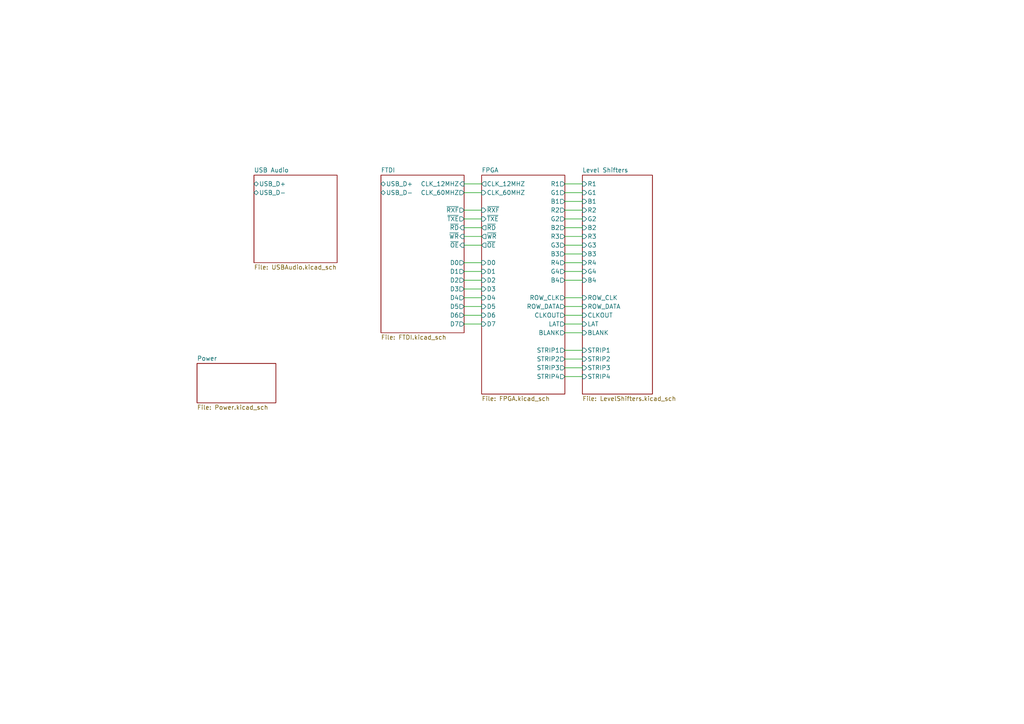
<source format=kicad_sch>
(kicad_sch (version 20230121) (generator eeschema)
  (paper "A4")
  (lib_symbols)
  (wire (pts (xy 163.83 55.88) (xy 168.91 55.88)))
  (wire (pts (xy 163.83 68.58) (xy 168.91 68.58)))
  (wire (pts (xy 134.62 55.88) (xy 139.7 55.88)))
  (wire (pts (xy 163.83 104.14) (xy 168.91 104.14)))
  (wire (pts (xy 134.62 88.9) (xy 139.7 88.9)))
  (wire (pts (xy 134.62 91.44) (xy 139.7 91.44)))
  (wire (pts (xy 134.62 76.2) (xy 139.7 76.2)))
  (wire (pts (xy 163.83 53.34) (xy 168.91 53.34)))
  (wire (pts (xy 163.83 91.44) (xy 168.91 91.44)))
  (wire (pts (xy 134.62 71.12) (xy 139.7 71.12)))
  (wire (pts (xy 134.62 53.34) (xy 139.7 53.34)))
  (wire (pts (xy 163.83 76.2) (xy 168.91 76.2)))
  (wire (pts (xy 163.83 63.5) (xy 168.91 63.5)))
  (wire (pts (xy 163.83 86.36) (xy 168.91 86.36)))
  (wire (pts (xy 163.83 96.52) (xy 168.91 96.52)))
  (wire (pts (xy 163.83 58.42) (xy 168.91 58.42)))
  (wire (pts (xy 163.83 78.74) (xy 168.91 78.74)))
  (wire (pts (xy 134.62 63.5) (xy 139.7 63.5)))
  (wire (pts (xy 134.62 83.82) (xy 139.7 83.82)))
  (wire (pts (xy 134.62 60.96) (xy 139.7 60.96)))
  (wire (pts (xy 134.62 86.36) (xy 139.7 86.36)))
  (wire (pts (xy 163.83 88.9) (xy 168.91 88.9)))
  (wire (pts (xy 163.83 109.22) (xy 168.91 109.22)))
  (wire (pts (xy 163.83 71.12) (xy 168.91 71.12)))
  (wire (pts (xy 163.83 73.66) (xy 168.91 73.66)))
  (wire (pts (xy 134.62 66.04) (xy 139.7 66.04)))
  (wire (pts (xy 163.83 81.28) (xy 168.91 81.28)))
  (wire (pts (xy 134.62 68.58) (xy 139.7 68.58)))
  (wire (pts (xy 163.83 93.98) (xy 168.91 93.98)))
  (wire (pts (xy 134.62 93.98) (xy 139.7 93.98)))
  (wire (pts (xy 134.62 81.28) (xy 139.7 81.28)))
  (wire (pts (xy 163.83 66.04) (xy 168.91 66.04)))
  (wire (pts (xy 163.83 106.68) (xy 168.91 106.68)))
  (wire (pts (xy 163.83 60.96) (xy 168.91 60.96)))
  (wire (pts (xy 163.83 101.6) (xy 168.91 101.6)))
  (wire (pts (xy 134.62 78.74) (xy 139.7 78.74)))
  (sheet (at 139.7 50.8) (size 24.13 63.5) (stroke (width 0.1524))
    (property "Sheetname" "FPGA" (at 139.7 50.0884 0) (effects (justify left bottom)))
    (property "Sheetfile" "FPGA.kicad_sch" (at 139.7 114.8846 0) (effects (justify left top)))
    (pin "B1" output (at 163.83 58.42 0))
    (pin "B2" output (at 163.83 66.04 0))
    (pin "G2" output (at 163.83 63.5 0))
    (pin "B4" output (at 163.83 81.28 0))
    (pin "G4" output (at 163.83 78.74 0))
    (pin "G3" output (at 163.83 71.12 0))
    (pin "B3" output (at 163.83 73.66 0))
    (pin "G1" output (at 163.83 55.88 0))
    (pin "R1" output (at 163.83 53.34 0))
    (pin "R2" output (at 163.83 60.96 0))
    (pin "R4" output (at 163.83 76.2 0))
    (pin "R3" output (at 163.83 68.58 0))
    (pin "D5" input (at 139.7 88.9 180))
    (pin "D6" input (at 139.7 91.44 180))
    (pin "D7" input (at 139.7 93.98 180))
    (pin "~{RD}" output (at 139.7 66.04 180))
    (pin "CLK_60MHZ" input (at 139.7 55.88 180))
    (pin "~{OE}" output (at 139.7 71.12 180))
    (pin "~{TXE}" input (at 139.7 63.5 180))
    (pin "~{WR}" output (at 139.7 68.58 180))
    (pin "~{RXF}" input (at 139.7 60.96 180))
    (pin "CLK_12MHZ" output (at 139.7 53.34 180))
    (pin "D1" input (at 139.7 78.74 180))
    (pin "D4" input (at 139.7 86.36 180))
    (pin "D3" input (at 139.7 83.82 180))
    (pin "D2" input (at 139.7 81.28 180))
    (pin "D0" input (at 139.7 76.2 180))
    (pin "STRIP1" output (at 163.83 101.6 0))
    (pin "STRIP3" output (at 163.83 106.68 0))
    (pin "STRIP2" output (at 163.83 104.14 0))
    (pin "STRIP4" output (at 163.83 109.22 0))
    (pin "ROW_CLK" output (at 163.83 86.36 0))
    (pin "ROW_DATA" output (at 163.83 88.9 0))
    (pin "CLKOUT" output (at 163.83 91.44 0))
    (pin "LAT" output (at 163.83 93.98 0))
    (pin "BLANK" output (at 163.83 96.52 0))
  )
  (sheet (at 110.49 50.8) (size 24.13 45.72) (stroke (width 0.1524))
    (property "Sheetname" "FTDI" (at 110.49 50.0884 0) (effects (justify left bottom)))
    (property "Sheetfile" "FTDI.kicad_sch" (at 110.49 97.1046 0) (effects (justify left top)))
    (pin "CLK_12MHZ" input (at 134.62 53.34 0))
    (pin "~{WR}" input (at 134.62 68.58 0))
    (pin "D1" output (at 134.62 78.74 0))
    (pin "D4" output (at 134.62 86.36 0))
    (pin "D0" output (at 134.62 76.2 0))
    (pin "D2" output (at 134.62 81.28 0))
    (pin "D3" output (at 134.62 83.82 0))
    (pin "D6" output (at 134.62 91.44 0))
    (pin "D5" output (at 134.62 88.9 0))
    (pin "D7" output (at 134.62 93.98 0))
    (pin "~{RXF}" output (at 134.62 60.96 0))
    (pin "~{TXE}" output (at 134.62 63.5 0))
    (pin "~{RD}" input (at 134.62 66.04 0))
    (pin "CLK_60MHZ" output (at 134.62 55.88 0))
    (pin "~{OE}" input (at 134.62 71.12 0))
    (pin "USB_D-" bidirectional (at 110.49 55.88 180))
    (pin "USB_D+" bidirectional (at 110.49 53.34 180))
  )
  (sheet (at 73.66 50.8) (size 24.13 25.4) (stroke (width 0.1524))
    (property "Sheetname" "USB Audio" (at 73.66 50.0884 0) (effects (justify left bottom)))
    (property "Sheetfile" "USBAudio.kicad_sch" (at 73.66 76.7846 0) (effects (justify left top)))
    (pin "USB_D+" bidirectional (at 73.66 53.34 180))
    (pin "USB_D-" bidirectional (at 73.66 55.88 180))
  )
  (sheet (at 57.15 105.41) (size 22.86 11.43) (stroke (width 0.1524))
    (property "Sheetname" "Power" (at 57.15 104.6984 0) (effects (justify left bottom)))
    (property "Sheetfile" "Power.kicad_sch" (at 57.15 117.4246 0) (effects (justify left top)))
  )
  (sheet (at 168.91 50.8) (size 20.32 63.5) (stroke (width 0.1524))
    (property "Sheetname" "Level Shifters" (at 168.91 50.0884 0) (effects (justify left bottom)))
    (property "Sheetfile" "LevelShifters.kicad_sch" (at 168.91 114.8846 0) (effects (justify left top)))
    (pin "STRIP1" input (at 168.91 101.6 180))
    (pin "STRIP4" input (at 168.91 109.22 180))
    (pin "STRIP3" input (at 168.91 106.68 180))
    (pin "STRIP2" input (at 168.91 104.14 180))
    (pin "CLKOUT" input (at 168.91 91.44 180))
    (pin "LAT" input (at 168.91 93.98 180))
    (pin "ROW_DATA" input (at 168.91 88.9 180))
    (pin "ROW_CLK" input (at 168.91 86.36 180))
    (pin "BLANK" input (at 168.91 96.52 180))
    (pin "B3" input (at 168.91 73.66 180))
    (pin "G3" input (at 168.91 71.12 180))
    (pin "G4" input (at 168.91 78.74 180))
    (pin "G2" input (at 168.91 63.5 180))
    (pin "B2" input (at 168.91 66.04 180))
    (pin "B1" input (at 168.91 58.42 180))
    (pin "G1" input (at 168.91 55.88 180))
    (pin "B4" input (at 168.91 81.28 180))
    (pin "R1" input (at 168.91 53.34 180))
    (pin "R2" input (at 168.91 60.96 180))
    (pin "R3" input (at 168.91 68.58 180))
    (pin "R4" input (at 168.91 76.2 180))
  )
)
</source>
